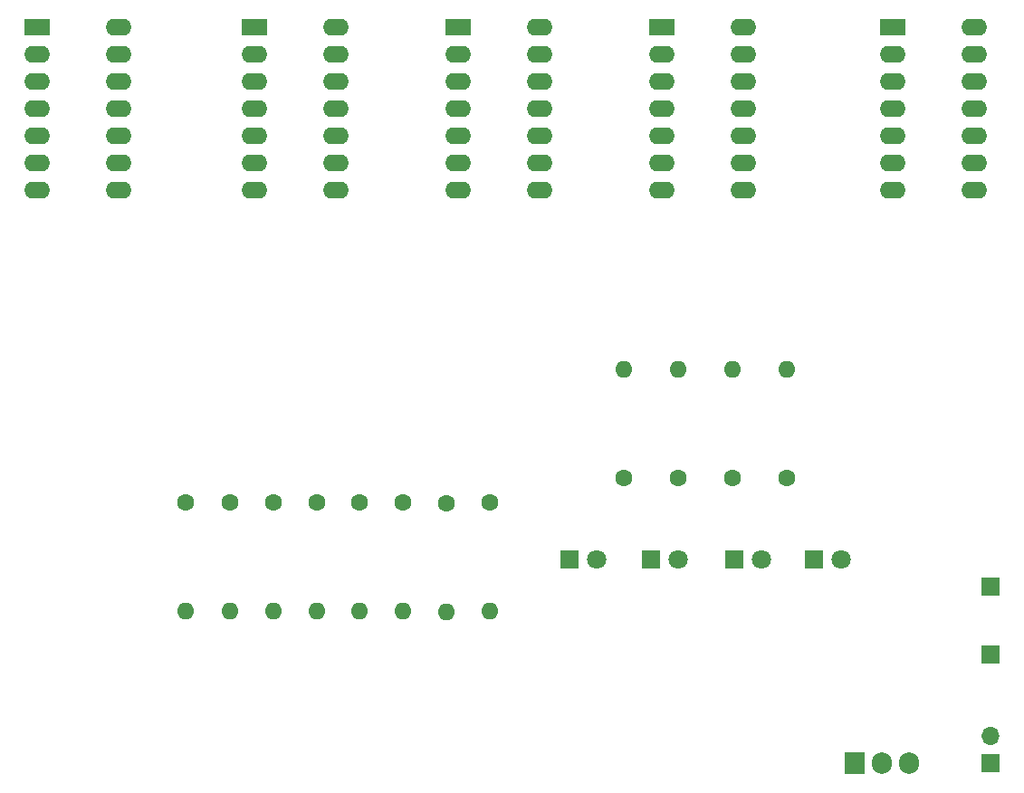
<source format=gbr>
%TF.GenerationSoftware,KiCad,Pcbnew,7.0.9*%
%TF.CreationDate,2023-12-30T10:08:20+11:00*%
%TF.ProjectId,4-bit-rca,342d6269-742d-4726-9361-2e6b69636164,rev?*%
%TF.SameCoordinates,Original*%
%TF.FileFunction,Soldermask,Bot*%
%TF.FilePolarity,Negative*%
%FSLAX46Y46*%
G04 Gerber Fmt 4.6, Leading zero omitted, Abs format (unit mm)*
G04 Created by KiCad (PCBNEW 7.0.9) date 2023-12-30 10:08:20*
%MOMM*%
%LPD*%
G01*
G04 APERTURE LIST*
%ADD10C,1.600000*%
%ADD11O,1.600000X1.600000*%
%ADD12R,1.905000X2.000000*%
%ADD13O,1.905000X2.000000*%
%ADD14R,1.700000X1.700000*%
%ADD15R,2.400000X1.600000*%
%ADD16O,2.400000X1.600000*%
%ADD17R,1.800000X1.800000*%
%ADD18C,1.800000*%
%ADD19O,1.700000X1.700000*%
G04 APERTURE END LIST*
D10*
%TO.C,R12*%
X124130000Y-106440000D03*
D11*
X124130000Y-116600000D03*
%TD*%
%TO.C,R6*%
X148480000Y-116620000D03*
D10*
X148480000Y-106460000D03*
%TD*%
D12*
%TO.C,U6*%
X186690000Y-130810000D03*
D13*
X189230000Y-130810000D03*
X191770000Y-130810000D03*
%TD*%
D10*
%TO.C,R7*%
X144456000Y-106426000D03*
D11*
X144456000Y-116586000D03*
%TD*%
D10*
%TO.C,R8*%
X140406000Y-106426000D03*
D11*
X140406000Y-116586000D03*
%TD*%
D10*
%TO.C,R10*%
X132306000Y-106426000D03*
D11*
X132306000Y-116586000D03*
%TD*%
D10*
%TO.C,R11*%
X128256000Y-106426000D03*
D11*
X128256000Y-116586000D03*
%TD*%
D10*
%TO.C,R9*%
X136356000Y-106426000D03*
D11*
X136356000Y-116586000D03*
%TD*%
D10*
%TO.C,R5*%
X152556000Y-106426000D03*
D11*
X152556000Y-116586000D03*
%TD*%
D10*
%TO.C,R3*%
X175260000Y-104140000D03*
D11*
X175260000Y-93980000D03*
%TD*%
D14*
%TO.C,J2*%
X199390000Y-120650000D03*
%TD*%
D15*
%TO.C,U4*%
X168656000Y-61976000D03*
D16*
X168656000Y-64516000D03*
X168656000Y-67056000D03*
X168656000Y-69596000D03*
X168656000Y-72136000D03*
X168656000Y-74676000D03*
X168656000Y-77216000D03*
X176276000Y-77216000D03*
X176276000Y-74676000D03*
X176276000Y-72136000D03*
X176276000Y-69596000D03*
X176276000Y-67056000D03*
X176276000Y-64516000D03*
X176276000Y-61976000D03*
%TD*%
D15*
%TO.C,U5*%
X190256000Y-61971000D03*
D16*
X190256000Y-64511000D03*
X190256000Y-67051000D03*
X190256000Y-69591000D03*
X190256000Y-72131000D03*
X190256000Y-74671000D03*
X190256000Y-77211000D03*
X197876000Y-77211000D03*
X197876000Y-74671000D03*
X197876000Y-72131000D03*
X197876000Y-69591000D03*
X197876000Y-67051000D03*
X197876000Y-64511000D03*
X197876000Y-61971000D03*
%TD*%
D17*
%TO.C,D1*%
X160020000Y-111760000D03*
D18*
X162560000Y-111760000D03*
%TD*%
D10*
%TO.C,R1*%
X165100000Y-104140000D03*
D11*
X165100000Y-93980000D03*
%TD*%
D14*
%TO.C,BT1*%
X199390000Y-130810000D03*
D19*
X199390000Y-128270000D03*
%TD*%
D17*
%TO.C,D2*%
X167640000Y-111760000D03*
D18*
X170180000Y-111760000D03*
%TD*%
D14*
%TO.C,J1*%
X199390000Y-114300000D03*
%TD*%
D15*
%TO.C,U1*%
X110236000Y-61976000D03*
D16*
X110236000Y-64516000D03*
X110236000Y-67056000D03*
X110236000Y-69596000D03*
X110236000Y-72136000D03*
X110236000Y-74676000D03*
X110236000Y-77216000D03*
X117856000Y-77216000D03*
X117856000Y-74676000D03*
X117856000Y-72136000D03*
X117856000Y-69596000D03*
X117856000Y-67056000D03*
X117856000Y-64516000D03*
X117856000Y-61976000D03*
%TD*%
D17*
%TO.C,D4*%
X182880000Y-111760000D03*
D18*
X185420000Y-111760000D03*
%TD*%
D15*
%TO.C,U2*%
X130556000Y-61976000D03*
D16*
X130556000Y-64516000D03*
X130556000Y-67056000D03*
X130556000Y-69596000D03*
X130556000Y-72136000D03*
X130556000Y-74676000D03*
X130556000Y-77216000D03*
X138176000Y-77216000D03*
X138176000Y-74676000D03*
X138176000Y-72136000D03*
X138176000Y-69596000D03*
X138176000Y-67056000D03*
X138176000Y-64516000D03*
X138176000Y-61976000D03*
%TD*%
D15*
%TO.C,U3*%
X149616000Y-61971000D03*
D16*
X149616000Y-64511000D03*
X149616000Y-67051000D03*
X149616000Y-69591000D03*
X149616000Y-72131000D03*
X149616000Y-74671000D03*
X149616000Y-77211000D03*
X157236000Y-77211000D03*
X157236000Y-74671000D03*
X157236000Y-72131000D03*
X157236000Y-69591000D03*
X157236000Y-67051000D03*
X157236000Y-64511000D03*
X157236000Y-61971000D03*
%TD*%
D10*
%TO.C,R4*%
X180340000Y-104140000D03*
D11*
X180340000Y-93980000D03*
%TD*%
D17*
%TO.C,D3*%
X175380000Y-111760000D03*
D18*
X177920000Y-111760000D03*
%TD*%
D10*
%TO.C,R2*%
X170180000Y-104140000D03*
D11*
X170180000Y-93980000D03*
%TD*%
M02*

</source>
